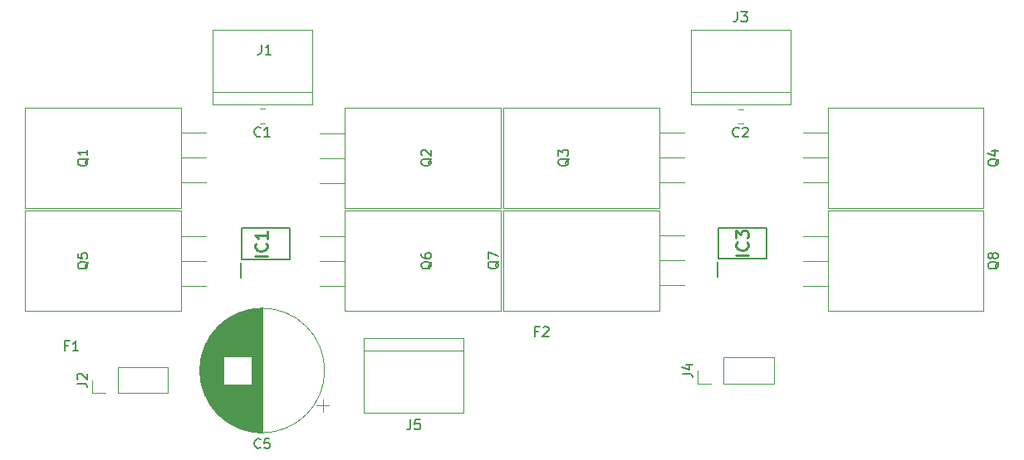
<source format=gbr>
%TF.GenerationSoftware,KiCad,Pcbnew,5.1.10-88a1d61d58~88~ubuntu20.04.1*%
%TF.CreationDate,2021-06-20T22:38:56+02:00*%
%TF.ProjectId,motor_driver_v1,6d6f746f-725f-4647-9269-7665725f7631,rev?*%
%TF.SameCoordinates,Original*%
%TF.FileFunction,Legend,Top*%
%TF.FilePolarity,Positive*%
%FSLAX46Y46*%
G04 Gerber Fmt 4.6, Leading zero omitted, Abs format (unit mm)*
G04 Created by KiCad (PCBNEW 5.1.10-88a1d61d58~88~ubuntu20.04.1) date 2021-06-20 22:38:56*
%MOMM*%
%LPD*%
G01*
G04 APERTURE LIST*
%ADD10C,0.120000*%
%ADD11C,0.200000*%
%ADD12C,0.150000*%
%ADD13C,0.254000*%
G04 APERTURE END LIST*
D10*
%TO.C,Q8*%
X158915000Y-69080000D02*
X156375000Y-69080000D01*
X158915000Y-66540000D02*
X156375000Y-66540000D01*
X158915000Y-64000000D02*
X156375000Y-64000000D01*
X174805000Y-71660000D02*
X158915000Y-71660000D01*
X174805000Y-61420000D02*
X158915000Y-61420000D01*
X174805000Y-61420000D02*
X174805000Y-71660000D01*
X158915000Y-61420000D02*
X158915000Y-71660000D01*
%TO.C,Q7*%
X141720000Y-63960000D02*
X144260000Y-63960000D01*
X141720000Y-66500000D02*
X144260000Y-66500000D01*
X141720000Y-69040000D02*
X144260000Y-69040000D01*
X125830000Y-61380000D02*
X141720000Y-61380000D01*
X125830000Y-71620000D02*
X141720000Y-71620000D01*
X125830000Y-71620000D02*
X125830000Y-61380000D01*
X141720000Y-71620000D02*
X141720000Y-61380000D01*
%TO.C,Q4*%
X158909400Y-58572400D02*
X156369400Y-58572400D01*
X158909400Y-56032400D02*
X156369400Y-56032400D01*
X158909400Y-53492400D02*
X156369400Y-53492400D01*
X174799400Y-61152400D02*
X158909400Y-61152400D01*
X174799400Y-50912400D02*
X158909400Y-50912400D01*
X174799400Y-50912400D02*
X174799400Y-61152400D01*
X158909400Y-50912400D02*
X158909400Y-61152400D01*
%TO.C,Q3*%
X141720000Y-53460000D02*
X144260000Y-53460000D01*
X141720000Y-56000000D02*
X144260000Y-56000000D01*
X141720000Y-58540000D02*
X144260000Y-58540000D01*
X125830000Y-50880000D02*
X141720000Y-50880000D01*
X125830000Y-61120000D02*
X141720000Y-61120000D01*
X125830000Y-61120000D02*
X125830000Y-50880000D01*
X141720000Y-61120000D02*
X141720000Y-50880000D01*
%TO.C,J4*%
X145670000Y-79080000D02*
X145670000Y-77750000D01*
X147000000Y-79080000D02*
X145670000Y-79080000D01*
X148270000Y-79080000D02*
X148270000Y-76420000D01*
X148270000Y-76420000D02*
X153410000Y-76420000D01*
X148270000Y-79080000D02*
X153410000Y-79080000D01*
X153410000Y-79080000D02*
X153410000Y-76420000D01*
%TO.C,J3*%
X144960000Y-50560000D02*
X155120000Y-50560000D01*
X144960000Y-42940000D02*
X144960000Y-50560000D01*
X155120000Y-42940000D02*
X144960000Y-42940000D01*
X155120000Y-50560000D02*
X155120000Y-42940000D01*
X155120000Y-49290000D02*
X144960000Y-49290000D01*
D11*
%TO.C,IC3*%
X147800000Y-66350000D02*
X147800000Y-63150000D01*
X147800000Y-63150000D02*
X152700000Y-63150000D01*
X152700000Y-63150000D02*
X152700000Y-66350000D01*
X152700000Y-66350000D02*
X147800000Y-66350000D01*
X147670000Y-68200000D02*
X147670000Y-66700000D01*
D10*
%TO.C,C2*%
X150286252Y-51040000D02*
X149763748Y-51040000D01*
X150286252Y-52510000D02*
X149763748Y-52510000D01*
D11*
%TO.C,IC1*%
X99165000Y-66400000D02*
X99165000Y-63200000D01*
X99165000Y-63200000D02*
X104065000Y-63200000D01*
X104065000Y-63200000D02*
X104065000Y-66400000D01*
X104065000Y-66400000D02*
X99165000Y-66400000D01*
X99035000Y-68250000D02*
X99035000Y-66750000D01*
D10*
%TO.C,J2*%
X83920000Y-80080000D02*
X83920000Y-78750000D01*
X85250000Y-80080000D02*
X83920000Y-80080000D01*
X86520000Y-80080000D02*
X86520000Y-77420000D01*
X86520000Y-77420000D02*
X91660000Y-77420000D01*
X86520000Y-80080000D02*
X91660000Y-80080000D01*
X91660000Y-80080000D02*
X91660000Y-77420000D01*
%TO.C,Q6*%
X109690000Y-69080000D02*
X107150000Y-69080000D01*
X109690000Y-66540000D02*
X107150000Y-66540000D01*
X109690000Y-64000000D02*
X107150000Y-64000000D01*
X125580000Y-71660000D02*
X109690000Y-71660000D01*
X125580000Y-61420000D02*
X109690000Y-61420000D01*
X125580000Y-61420000D02*
X125580000Y-71660000D01*
X109690000Y-61420000D02*
X109690000Y-71660000D01*
%TO.C,Q5*%
X92960000Y-63995000D02*
X95500000Y-63995000D01*
X92960000Y-66535000D02*
X95500000Y-66535000D01*
X92960000Y-69075000D02*
X95500000Y-69075000D01*
X77070000Y-61415000D02*
X92960000Y-61415000D01*
X77070000Y-71655000D02*
X92960000Y-71655000D01*
X77070000Y-71655000D02*
X77070000Y-61415000D01*
X92960000Y-71655000D02*
X92960000Y-61415000D01*
%TO.C,Q2*%
X109690000Y-58580000D02*
X107150000Y-58580000D01*
X109690000Y-56040000D02*
X107150000Y-56040000D01*
X109690000Y-53500000D02*
X107150000Y-53500000D01*
X125580000Y-61160000D02*
X109690000Y-61160000D01*
X125580000Y-50920000D02*
X109690000Y-50920000D01*
X125580000Y-50920000D02*
X125580000Y-61160000D01*
X109690000Y-50920000D02*
X109690000Y-61160000D01*
%TO.C,Q1*%
X92970000Y-53460000D02*
X95510000Y-53460000D01*
X92970000Y-56000000D02*
X95510000Y-56000000D01*
X92970000Y-58540000D02*
X95510000Y-58540000D01*
X77080000Y-50880000D02*
X92970000Y-50880000D01*
X77080000Y-61120000D02*
X92970000Y-61120000D01*
X77080000Y-61120000D02*
X77080000Y-50880000D01*
X92970000Y-61120000D02*
X92970000Y-50880000D01*
%TO.C,J5*%
X121790000Y-74440000D02*
X111630000Y-74440000D01*
X121790000Y-82060000D02*
X121790000Y-74440000D01*
X111630000Y-82060000D02*
X121790000Y-82060000D01*
X111630000Y-74440000D02*
X111630000Y-82060000D01*
X111630000Y-75710000D02*
X121790000Y-75710000D01*
%TO.C,J1*%
X96210000Y-50560000D02*
X106370000Y-50560000D01*
X96210000Y-42940000D02*
X96210000Y-50560000D01*
X106370000Y-42940000D02*
X96210000Y-42940000D01*
X106370000Y-50560000D02*
X106370000Y-42940000D01*
X106370000Y-49290000D02*
X96210000Y-49290000D01*
%TO.C,C5*%
X107442082Y-81950000D02*
X107442082Y-80700000D01*
X108067082Y-81325000D02*
X106817082Y-81325000D01*
X94889000Y-78067000D02*
X94889000Y-77433000D01*
X94929000Y-78507000D02*
X94929000Y-76993000D01*
X94969000Y-78778000D02*
X94969000Y-76722000D01*
X95009000Y-78991000D02*
X95009000Y-76509000D01*
X95049000Y-79172000D02*
X95049000Y-76328000D01*
X95089000Y-79333000D02*
X95089000Y-76167000D01*
X95129000Y-79478000D02*
X95129000Y-76022000D01*
X95169000Y-79611000D02*
X95169000Y-75889000D01*
X95209000Y-79734000D02*
X95209000Y-75766000D01*
X95249000Y-79850000D02*
X95249000Y-75650000D01*
X95289000Y-79959000D02*
X95289000Y-75541000D01*
X95329000Y-80062000D02*
X95329000Y-75438000D01*
X95369000Y-80160000D02*
X95369000Y-75340000D01*
X95409000Y-80254000D02*
X95409000Y-75246000D01*
X95449000Y-80344000D02*
X95449000Y-75156000D01*
X95489000Y-80431000D02*
X95489000Y-75069000D01*
X95529000Y-80514000D02*
X95529000Y-74986000D01*
X95569000Y-80594000D02*
X95569000Y-74906000D01*
X95609000Y-80671000D02*
X95609000Y-74829000D01*
X95649000Y-80746000D02*
X95649000Y-74754000D01*
X95689000Y-80819000D02*
X95689000Y-74681000D01*
X95729000Y-80890000D02*
X95729000Y-74610000D01*
X95769000Y-80958000D02*
X95769000Y-74542000D01*
X95809000Y-81025000D02*
X95809000Y-74475000D01*
X95849000Y-81089000D02*
X95849000Y-74411000D01*
X95889000Y-81152000D02*
X95889000Y-74348000D01*
X95929000Y-81214000D02*
X95929000Y-74286000D01*
X95969000Y-81274000D02*
X95969000Y-74226000D01*
X96009000Y-81333000D02*
X96009000Y-74167000D01*
X96049000Y-81390000D02*
X96049000Y-74110000D01*
X96089000Y-81446000D02*
X96089000Y-74054000D01*
X96129000Y-81500000D02*
X96129000Y-74000000D01*
X96169000Y-81554000D02*
X96169000Y-73946000D01*
X96209000Y-81606000D02*
X96209000Y-73894000D01*
X96249000Y-81657000D02*
X96249000Y-73843000D01*
X96289000Y-81707000D02*
X96289000Y-73793000D01*
X96329000Y-81757000D02*
X96329000Y-73743000D01*
X96369000Y-81805000D02*
X96369000Y-73695000D01*
X96409000Y-81852000D02*
X96409000Y-73648000D01*
X96449000Y-81898000D02*
X96449000Y-73602000D01*
X96489000Y-81944000D02*
X96489000Y-73556000D01*
X96529000Y-81988000D02*
X96529000Y-73512000D01*
X96569000Y-82032000D02*
X96569000Y-73468000D01*
X96609000Y-82075000D02*
X96609000Y-73425000D01*
X96649000Y-82117000D02*
X96649000Y-73383000D01*
X96689000Y-82158000D02*
X96689000Y-73342000D01*
X96729000Y-82199000D02*
X96729000Y-73301000D01*
X96769000Y-82239000D02*
X96769000Y-73261000D01*
X96809000Y-82278000D02*
X96809000Y-73222000D01*
X96849000Y-82317000D02*
X96849000Y-73183000D01*
X96889000Y-82355000D02*
X96889000Y-73145000D01*
X96929000Y-82392000D02*
X96929000Y-73108000D01*
X96969000Y-82428000D02*
X96969000Y-73072000D01*
X97009000Y-82464000D02*
X97009000Y-73036000D01*
X97049000Y-82500000D02*
X97049000Y-73000000D01*
X97089000Y-82535000D02*
X97089000Y-72965000D01*
X97129000Y-82569000D02*
X97129000Y-72931000D01*
X97169000Y-82602000D02*
X97169000Y-72898000D01*
X97209000Y-82635000D02*
X97209000Y-72865000D01*
X97249000Y-82668000D02*
X97249000Y-72832000D01*
X97289000Y-82700000D02*
X97289000Y-72800000D01*
X97329000Y-76310000D02*
X97329000Y-72768000D01*
X97329000Y-82732000D02*
X97329000Y-79190000D01*
X97369000Y-76310000D02*
X97369000Y-72738000D01*
X97369000Y-82762000D02*
X97369000Y-79190000D01*
X97409000Y-76310000D02*
X97409000Y-72707000D01*
X97409000Y-82793000D02*
X97409000Y-79190000D01*
X97449000Y-76310000D02*
X97449000Y-72677000D01*
X97449000Y-82823000D02*
X97449000Y-79190000D01*
X97489000Y-76310000D02*
X97489000Y-72648000D01*
X97489000Y-82852000D02*
X97489000Y-79190000D01*
X97529000Y-76310000D02*
X97529000Y-72619000D01*
X97529000Y-82881000D02*
X97529000Y-79190000D01*
X97569000Y-76310000D02*
X97569000Y-72590000D01*
X97569000Y-82910000D02*
X97569000Y-79190000D01*
X97609000Y-76310000D02*
X97609000Y-72562000D01*
X97609000Y-82938000D02*
X97609000Y-79190000D01*
X97649000Y-76310000D02*
X97649000Y-72534000D01*
X97649000Y-82966000D02*
X97649000Y-79190000D01*
X97689000Y-76310000D02*
X97689000Y-72507000D01*
X97689000Y-82993000D02*
X97689000Y-79190000D01*
X97729000Y-76310000D02*
X97729000Y-72480000D01*
X97729000Y-83020000D02*
X97729000Y-79190000D01*
X97769000Y-76310000D02*
X97769000Y-72454000D01*
X97769000Y-83046000D02*
X97769000Y-79190000D01*
X97809000Y-76310000D02*
X97809000Y-72428000D01*
X97809000Y-83072000D02*
X97809000Y-79190000D01*
X97849000Y-76310000D02*
X97849000Y-72403000D01*
X97849000Y-83097000D02*
X97849000Y-79190000D01*
X97889000Y-76310000D02*
X97889000Y-72378000D01*
X97889000Y-83122000D02*
X97889000Y-79190000D01*
X97929000Y-76310000D02*
X97929000Y-72353000D01*
X97929000Y-83147000D02*
X97929000Y-79190000D01*
X97969000Y-76310000D02*
X97969000Y-72329000D01*
X97969000Y-83171000D02*
X97969000Y-79190000D01*
X98009000Y-76310000D02*
X98009000Y-72305000D01*
X98009000Y-83195000D02*
X98009000Y-79190000D01*
X98049000Y-76310000D02*
X98049000Y-72282000D01*
X98049000Y-83218000D02*
X98049000Y-79190000D01*
X98089000Y-76310000D02*
X98089000Y-72259000D01*
X98089000Y-83241000D02*
X98089000Y-79190000D01*
X98129000Y-76310000D02*
X98129000Y-72236000D01*
X98129000Y-83264000D02*
X98129000Y-79190000D01*
X98169000Y-76310000D02*
X98169000Y-72214000D01*
X98169000Y-83286000D02*
X98169000Y-79190000D01*
X98209000Y-76310000D02*
X98209000Y-72192000D01*
X98209000Y-83308000D02*
X98209000Y-79190000D01*
X98249000Y-76310000D02*
X98249000Y-72170000D01*
X98249000Y-83330000D02*
X98249000Y-79190000D01*
X98289000Y-76310000D02*
X98289000Y-72149000D01*
X98289000Y-83351000D02*
X98289000Y-79190000D01*
X98329000Y-76310000D02*
X98329000Y-72128000D01*
X98329000Y-83372000D02*
X98329000Y-79190000D01*
X98369000Y-76310000D02*
X98369000Y-72108000D01*
X98369000Y-83392000D02*
X98369000Y-79190000D01*
X98409000Y-76310000D02*
X98409000Y-72088000D01*
X98409000Y-83412000D02*
X98409000Y-79190000D01*
X98449000Y-76310000D02*
X98449000Y-72068000D01*
X98449000Y-83432000D02*
X98449000Y-79190000D01*
X98489000Y-76310000D02*
X98489000Y-72048000D01*
X98489000Y-83452000D02*
X98489000Y-79190000D01*
X98529000Y-76310000D02*
X98529000Y-72029000D01*
X98529000Y-83471000D02*
X98529000Y-79190000D01*
X98569000Y-76310000D02*
X98569000Y-72011000D01*
X98569000Y-83489000D02*
X98569000Y-79190000D01*
X98609000Y-76310000D02*
X98609000Y-71992000D01*
X98609000Y-83508000D02*
X98609000Y-79190000D01*
X98649000Y-76310000D02*
X98649000Y-71974000D01*
X98649000Y-83526000D02*
X98649000Y-79190000D01*
X98689000Y-76310000D02*
X98689000Y-71957000D01*
X98689000Y-83543000D02*
X98689000Y-79190000D01*
X98729000Y-76310000D02*
X98729000Y-71939000D01*
X98729000Y-83561000D02*
X98729000Y-79190000D01*
X98769000Y-76310000D02*
X98769000Y-71922000D01*
X98769000Y-83578000D02*
X98769000Y-79190000D01*
X98809000Y-76310000D02*
X98809000Y-71905000D01*
X98809000Y-83595000D02*
X98809000Y-79190000D01*
X98849000Y-76310000D02*
X98849000Y-71889000D01*
X98849000Y-83611000D02*
X98849000Y-79190000D01*
X98889000Y-76310000D02*
X98889000Y-71873000D01*
X98889000Y-83627000D02*
X98889000Y-79190000D01*
X98929000Y-76310000D02*
X98929000Y-71857000D01*
X98929000Y-83643000D02*
X98929000Y-79190000D01*
X98969000Y-76310000D02*
X98969000Y-71842000D01*
X98969000Y-83658000D02*
X98969000Y-79190000D01*
X99009000Y-76310000D02*
X99009000Y-71826000D01*
X99009000Y-83674000D02*
X99009000Y-79190000D01*
X99049000Y-76310000D02*
X99049000Y-71811000D01*
X99049000Y-83689000D02*
X99049000Y-79190000D01*
X99089000Y-76310000D02*
X99089000Y-71797000D01*
X99089000Y-83703000D02*
X99089000Y-79190000D01*
X99129000Y-76310000D02*
X99129000Y-71783000D01*
X99129000Y-83717000D02*
X99129000Y-79190000D01*
X99169000Y-76310000D02*
X99169000Y-71769000D01*
X99169000Y-83731000D02*
X99169000Y-79190000D01*
X99209000Y-76310000D02*
X99209000Y-71755000D01*
X99209000Y-83745000D02*
X99209000Y-79190000D01*
X99249000Y-76310000D02*
X99249000Y-71742000D01*
X99249000Y-83758000D02*
X99249000Y-79190000D01*
X99289000Y-76310000D02*
X99289000Y-71729000D01*
X99289000Y-83771000D02*
X99289000Y-79190000D01*
X99329000Y-76310000D02*
X99329000Y-71716000D01*
X99329000Y-83784000D02*
X99329000Y-79190000D01*
X99369000Y-76310000D02*
X99369000Y-71703000D01*
X99369000Y-83797000D02*
X99369000Y-79190000D01*
X99409000Y-76310000D02*
X99409000Y-71691000D01*
X99409000Y-83809000D02*
X99409000Y-79190000D01*
X99449000Y-76310000D02*
X99449000Y-71679000D01*
X99449000Y-83821000D02*
X99449000Y-79190000D01*
X99489000Y-76310000D02*
X99489000Y-71667000D01*
X99489000Y-83833000D02*
X99489000Y-79190000D01*
X99529000Y-76310000D02*
X99529000Y-71656000D01*
X99529000Y-83844000D02*
X99529000Y-79190000D01*
X99569000Y-76310000D02*
X99569000Y-71645000D01*
X99569000Y-83855000D02*
X99569000Y-79190000D01*
X99609000Y-76310000D02*
X99609000Y-71634000D01*
X99609000Y-83866000D02*
X99609000Y-79190000D01*
X99649000Y-76310000D02*
X99649000Y-71624000D01*
X99649000Y-83876000D02*
X99649000Y-79190000D01*
X99689000Y-76310000D02*
X99689000Y-71613000D01*
X99689000Y-83887000D02*
X99689000Y-79190000D01*
X99729000Y-76310000D02*
X99729000Y-71604000D01*
X99729000Y-83896000D02*
X99729000Y-79190000D01*
X99769000Y-76310000D02*
X99769000Y-71594000D01*
X99769000Y-83906000D02*
X99769000Y-79190000D01*
X99809000Y-76310000D02*
X99809000Y-71584000D01*
X99809000Y-83916000D02*
X99809000Y-79190000D01*
X99849000Y-76310000D02*
X99849000Y-71575000D01*
X99849000Y-83925000D02*
X99849000Y-79190000D01*
X99889000Y-76310000D02*
X99889000Y-71566000D01*
X99889000Y-83934000D02*
X99889000Y-79190000D01*
X99929000Y-76310000D02*
X99929000Y-71558000D01*
X99929000Y-83942000D02*
X99929000Y-79190000D01*
X99969000Y-76310000D02*
X99969000Y-71549000D01*
X99969000Y-83951000D02*
X99969000Y-79190000D01*
X100009000Y-76310000D02*
X100009000Y-71541000D01*
X100009000Y-83959000D02*
X100009000Y-79190000D01*
X100049000Y-76310000D02*
X100049000Y-71534000D01*
X100049000Y-83966000D02*
X100049000Y-79190000D01*
X100089000Y-76310000D02*
X100089000Y-71526000D01*
X100089000Y-83974000D02*
X100089000Y-79190000D01*
X100129000Y-76310000D02*
X100129000Y-71519000D01*
X100129000Y-83981000D02*
X100129000Y-79190000D01*
X100169000Y-76310000D02*
X100169000Y-71512000D01*
X100169000Y-83988000D02*
X100169000Y-79190000D01*
X100209000Y-83995000D02*
X100209000Y-71505000D01*
X100249000Y-84002000D02*
X100249000Y-71498000D01*
X100289000Y-84008000D02*
X100289000Y-71492000D01*
X100329000Y-84014000D02*
X100329000Y-71486000D01*
X100369000Y-84019000D02*
X100369000Y-71481000D01*
X100409000Y-84025000D02*
X100409000Y-71475000D01*
X100449000Y-84030000D02*
X100449000Y-71470000D01*
X100489000Y-84035000D02*
X100489000Y-71465000D01*
X100529000Y-84040000D02*
X100529000Y-71460000D01*
X100570000Y-84044000D02*
X100570000Y-71456000D01*
X100610000Y-84048000D02*
X100610000Y-71452000D01*
X100650000Y-84052000D02*
X100650000Y-71448000D01*
X100690000Y-84056000D02*
X100690000Y-71444000D01*
X100730000Y-84059000D02*
X100730000Y-71441000D01*
X100770000Y-84062000D02*
X100770000Y-71438000D01*
X100810000Y-84065000D02*
X100810000Y-71435000D01*
X100850000Y-84068000D02*
X100850000Y-71432000D01*
X100890000Y-84070000D02*
X100890000Y-71430000D01*
X100930000Y-84072000D02*
X100930000Y-71428000D01*
X100970000Y-84074000D02*
X100970000Y-71426000D01*
X101010000Y-84076000D02*
X101010000Y-71424000D01*
X101050000Y-84077000D02*
X101050000Y-71423000D01*
X101090000Y-84078000D02*
X101090000Y-71422000D01*
X101130000Y-84079000D02*
X101130000Y-71421000D01*
X101170000Y-84080000D02*
X101170000Y-71420000D01*
X101210000Y-84080000D02*
X101210000Y-71420000D01*
X101250000Y-84080000D02*
X101250000Y-71420000D01*
X107620000Y-77750000D02*
G75*
G03*
X107620000Y-77750000I-6370000J0D01*
G01*
%TO.C,C1*%
X101511252Y-51015000D02*
X100988748Y-51015000D01*
X101511252Y-52485000D02*
X100988748Y-52485000D01*
%TO.C,F2*%
D12*
X129406666Y-73758571D02*
X129073333Y-73758571D01*
X129073333Y-74282380D02*
X129073333Y-73282380D01*
X129549523Y-73282380D01*
X129882857Y-73377619D02*
X129930476Y-73330000D01*
X130025714Y-73282380D01*
X130263809Y-73282380D01*
X130359047Y-73330000D01*
X130406666Y-73377619D01*
X130454285Y-73472857D01*
X130454285Y-73568095D01*
X130406666Y-73710952D01*
X129835238Y-74282380D01*
X130454285Y-74282380D01*
%TO.C,Q8*%
X176352619Y-66635238D02*
X176305000Y-66730476D01*
X176209761Y-66825714D01*
X176066904Y-66968571D01*
X176019285Y-67063809D01*
X176019285Y-67159047D01*
X176257380Y-67111428D02*
X176209761Y-67206666D01*
X176114523Y-67301904D01*
X175924047Y-67349523D01*
X175590714Y-67349523D01*
X175400238Y-67301904D01*
X175305000Y-67206666D01*
X175257380Y-67111428D01*
X175257380Y-66920952D01*
X175305000Y-66825714D01*
X175400238Y-66730476D01*
X175590714Y-66682857D01*
X175924047Y-66682857D01*
X176114523Y-66730476D01*
X176209761Y-66825714D01*
X176257380Y-66920952D01*
X176257380Y-67111428D01*
X175685952Y-66111428D02*
X175638333Y-66206666D01*
X175590714Y-66254285D01*
X175495476Y-66301904D01*
X175447857Y-66301904D01*
X175352619Y-66254285D01*
X175305000Y-66206666D01*
X175257380Y-66111428D01*
X175257380Y-65920952D01*
X175305000Y-65825714D01*
X175352619Y-65778095D01*
X175447857Y-65730476D01*
X175495476Y-65730476D01*
X175590714Y-65778095D01*
X175638333Y-65825714D01*
X175685952Y-65920952D01*
X175685952Y-66111428D01*
X175733571Y-66206666D01*
X175781190Y-66254285D01*
X175876428Y-66301904D01*
X176066904Y-66301904D01*
X176162142Y-66254285D01*
X176209761Y-66206666D01*
X176257380Y-66111428D01*
X176257380Y-65920952D01*
X176209761Y-65825714D01*
X176162142Y-65778095D01*
X176066904Y-65730476D01*
X175876428Y-65730476D01*
X175781190Y-65778095D01*
X175733571Y-65825714D01*
X175685952Y-65920952D01*
%TO.C,Q7*%
X125377619Y-66595238D02*
X125330000Y-66690476D01*
X125234761Y-66785714D01*
X125091904Y-66928571D01*
X125044285Y-67023809D01*
X125044285Y-67119047D01*
X125282380Y-67071428D02*
X125234761Y-67166666D01*
X125139523Y-67261904D01*
X124949047Y-67309523D01*
X124615714Y-67309523D01*
X124425238Y-67261904D01*
X124330000Y-67166666D01*
X124282380Y-67071428D01*
X124282380Y-66880952D01*
X124330000Y-66785714D01*
X124425238Y-66690476D01*
X124615714Y-66642857D01*
X124949047Y-66642857D01*
X125139523Y-66690476D01*
X125234761Y-66785714D01*
X125282380Y-66880952D01*
X125282380Y-67071428D01*
X124282380Y-66309523D02*
X124282380Y-65642857D01*
X125282380Y-66071428D01*
%TO.C,Q4*%
X176347019Y-56127638D02*
X176299400Y-56222876D01*
X176204161Y-56318114D01*
X176061304Y-56460971D01*
X176013685Y-56556209D01*
X176013685Y-56651447D01*
X176251780Y-56603828D02*
X176204161Y-56699066D01*
X176108923Y-56794304D01*
X175918447Y-56841923D01*
X175585114Y-56841923D01*
X175394638Y-56794304D01*
X175299400Y-56699066D01*
X175251780Y-56603828D01*
X175251780Y-56413352D01*
X175299400Y-56318114D01*
X175394638Y-56222876D01*
X175585114Y-56175257D01*
X175918447Y-56175257D01*
X176108923Y-56222876D01*
X176204161Y-56318114D01*
X176251780Y-56413352D01*
X176251780Y-56603828D01*
X175585114Y-55318114D02*
X176251780Y-55318114D01*
X175204161Y-55556209D02*
X175918447Y-55794304D01*
X175918447Y-55175257D01*
%TO.C,Q3*%
X132547619Y-56095238D02*
X132500000Y-56190476D01*
X132404761Y-56285714D01*
X132261904Y-56428571D01*
X132214285Y-56523809D01*
X132214285Y-56619047D01*
X132452380Y-56571428D02*
X132404761Y-56666666D01*
X132309523Y-56761904D01*
X132119047Y-56809523D01*
X131785714Y-56809523D01*
X131595238Y-56761904D01*
X131500000Y-56666666D01*
X131452380Y-56571428D01*
X131452380Y-56380952D01*
X131500000Y-56285714D01*
X131595238Y-56190476D01*
X131785714Y-56142857D01*
X132119047Y-56142857D01*
X132309523Y-56190476D01*
X132404761Y-56285714D01*
X132452380Y-56380952D01*
X132452380Y-56571428D01*
X131452380Y-55809523D02*
X131452380Y-55190476D01*
X131833333Y-55523809D01*
X131833333Y-55380952D01*
X131880952Y-55285714D01*
X131928571Y-55238095D01*
X132023809Y-55190476D01*
X132261904Y-55190476D01*
X132357142Y-55238095D01*
X132404761Y-55285714D01*
X132452380Y-55380952D01*
X132452380Y-55666666D01*
X132404761Y-55761904D01*
X132357142Y-55809523D01*
%TO.C,J4*%
X144122380Y-78083333D02*
X144836666Y-78083333D01*
X144979523Y-78130952D01*
X145074761Y-78226190D01*
X145122380Y-78369047D01*
X145122380Y-78464285D01*
X144455714Y-77178571D02*
X145122380Y-77178571D01*
X144074761Y-77416666D02*
X144789047Y-77654761D01*
X144789047Y-77035714D01*
%TO.C,J3*%
X149706666Y-41122380D02*
X149706666Y-41836666D01*
X149659047Y-41979523D01*
X149563809Y-42074761D01*
X149420952Y-42122380D01*
X149325714Y-42122380D01*
X150087619Y-41122380D02*
X150706666Y-41122380D01*
X150373333Y-41503333D01*
X150516190Y-41503333D01*
X150611428Y-41550952D01*
X150659047Y-41598571D01*
X150706666Y-41693809D01*
X150706666Y-41931904D01*
X150659047Y-42027142D01*
X150611428Y-42074761D01*
X150516190Y-42122380D01*
X150230476Y-42122380D01*
X150135238Y-42074761D01*
X150087619Y-42027142D01*
%TO.C,IC3*%
D13*
X150824523Y-65989761D02*
X149554523Y-65989761D01*
X150703571Y-64659285D02*
X150764047Y-64719761D01*
X150824523Y-64901190D01*
X150824523Y-65022142D01*
X150764047Y-65203571D01*
X150643095Y-65324523D01*
X150522142Y-65385000D01*
X150280238Y-65445476D01*
X150098809Y-65445476D01*
X149856904Y-65385000D01*
X149735952Y-65324523D01*
X149615000Y-65203571D01*
X149554523Y-65022142D01*
X149554523Y-64901190D01*
X149615000Y-64719761D01*
X149675476Y-64659285D01*
X149554523Y-64235952D02*
X149554523Y-63449761D01*
X150038333Y-63873095D01*
X150038333Y-63691666D01*
X150098809Y-63570714D01*
X150159285Y-63510238D01*
X150280238Y-63449761D01*
X150582619Y-63449761D01*
X150703571Y-63510238D01*
X150764047Y-63570714D01*
X150824523Y-63691666D01*
X150824523Y-64054523D01*
X150764047Y-64175476D01*
X150703571Y-64235952D01*
%TO.C,C2*%
D12*
X149858333Y-53812142D02*
X149810714Y-53859761D01*
X149667857Y-53907380D01*
X149572619Y-53907380D01*
X149429761Y-53859761D01*
X149334523Y-53764523D01*
X149286904Y-53669285D01*
X149239285Y-53478809D01*
X149239285Y-53335952D01*
X149286904Y-53145476D01*
X149334523Y-53050238D01*
X149429761Y-52955000D01*
X149572619Y-52907380D01*
X149667857Y-52907380D01*
X149810714Y-52955000D01*
X149858333Y-53002619D01*
X150239285Y-53002619D02*
X150286904Y-52955000D01*
X150382142Y-52907380D01*
X150620238Y-52907380D01*
X150715476Y-52955000D01*
X150763095Y-53002619D01*
X150810714Y-53097857D01*
X150810714Y-53193095D01*
X150763095Y-53335952D01*
X150191666Y-53907380D01*
X150810714Y-53907380D01*
%TO.C,IC1*%
D13*
X101769523Y-66089761D02*
X100499523Y-66089761D01*
X101648571Y-64759285D02*
X101709047Y-64819761D01*
X101769523Y-65001190D01*
X101769523Y-65122142D01*
X101709047Y-65303571D01*
X101588095Y-65424523D01*
X101467142Y-65485000D01*
X101225238Y-65545476D01*
X101043809Y-65545476D01*
X100801904Y-65485000D01*
X100680952Y-65424523D01*
X100560000Y-65303571D01*
X100499523Y-65122142D01*
X100499523Y-65001190D01*
X100560000Y-64819761D01*
X100620476Y-64759285D01*
X101769523Y-63549761D02*
X101769523Y-64275476D01*
X101769523Y-63912619D02*
X100499523Y-63912619D01*
X100680952Y-64033571D01*
X100801904Y-64154523D01*
X100862380Y-64275476D01*
%TO.C,J2*%
D12*
X82372380Y-79083333D02*
X83086666Y-79083333D01*
X83229523Y-79130952D01*
X83324761Y-79226190D01*
X83372380Y-79369047D01*
X83372380Y-79464285D01*
X82467619Y-78654761D02*
X82420000Y-78607142D01*
X82372380Y-78511904D01*
X82372380Y-78273809D01*
X82420000Y-78178571D01*
X82467619Y-78130952D01*
X82562857Y-78083333D01*
X82658095Y-78083333D01*
X82800952Y-78130952D01*
X83372380Y-78702380D01*
X83372380Y-78083333D01*
%TO.C,Q6*%
X118547619Y-66635238D02*
X118500000Y-66730476D01*
X118404761Y-66825714D01*
X118261904Y-66968571D01*
X118214285Y-67063809D01*
X118214285Y-67159047D01*
X118452380Y-67111428D02*
X118404761Y-67206666D01*
X118309523Y-67301904D01*
X118119047Y-67349523D01*
X117785714Y-67349523D01*
X117595238Y-67301904D01*
X117500000Y-67206666D01*
X117452380Y-67111428D01*
X117452380Y-66920952D01*
X117500000Y-66825714D01*
X117595238Y-66730476D01*
X117785714Y-66682857D01*
X118119047Y-66682857D01*
X118309523Y-66730476D01*
X118404761Y-66825714D01*
X118452380Y-66920952D01*
X118452380Y-67111428D01*
X117452380Y-65825714D02*
X117452380Y-66016190D01*
X117500000Y-66111428D01*
X117547619Y-66159047D01*
X117690476Y-66254285D01*
X117880952Y-66301904D01*
X118261904Y-66301904D01*
X118357142Y-66254285D01*
X118404761Y-66206666D01*
X118452380Y-66111428D01*
X118452380Y-65920952D01*
X118404761Y-65825714D01*
X118357142Y-65778095D01*
X118261904Y-65730476D01*
X118023809Y-65730476D01*
X117928571Y-65778095D01*
X117880952Y-65825714D01*
X117833333Y-65920952D01*
X117833333Y-66111428D01*
X117880952Y-66206666D01*
X117928571Y-66254285D01*
X118023809Y-66301904D01*
%TO.C,Q5*%
X83547619Y-66630238D02*
X83500000Y-66725476D01*
X83404761Y-66820714D01*
X83261904Y-66963571D01*
X83214285Y-67058809D01*
X83214285Y-67154047D01*
X83452380Y-67106428D02*
X83404761Y-67201666D01*
X83309523Y-67296904D01*
X83119047Y-67344523D01*
X82785714Y-67344523D01*
X82595238Y-67296904D01*
X82500000Y-67201666D01*
X82452380Y-67106428D01*
X82452380Y-66915952D01*
X82500000Y-66820714D01*
X82595238Y-66725476D01*
X82785714Y-66677857D01*
X83119047Y-66677857D01*
X83309523Y-66725476D01*
X83404761Y-66820714D01*
X83452380Y-66915952D01*
X83452380Y-67106428D01*
X82452380Y-65773095D02*
X82452380Y-66249285D01*
X82928571Y-66296904D01*
X82880952Y-66249285D01*
X82833333Y-66154047D01*
X82833333Y-65915952D01*
X82880952Y-65820714D01*
X82928571Y-65773095D01*
X83023809Y-65725476D01*
X83261904Y-65725476D01*
X83357142Y-65773095D01*
X83404761Y-65820714D01*
X83452380Y-65915952D01*
X83452380Y-66154047D01*
X83404761Y-66249285D01*
X83357142Y-66296904D01*
%TO.C,Q2*%
X118547619Y-56095238D02*
X118500000Y-56190476D01*
X118404761Y-56285714D01*
X118261904Y-56428571D01*
X118214285Y-56523809D01*
X118214285Y-56619047D01*
X118452380Y-56571428D02*
X118404761Y-56666666D01*
X118309523Y-56761904D01*
X118119047Y-56809523D01*
X117785714Y-56809523D01*
X117595238Y-56761904D01*
X117500000Y-56666666D01*
X117452380Y-56571428D01*
X117452380Y-56380952D01*
X117500000Y-56285714D01*
X117595238Y-56190476D01*
X117785714Y-56142857D01*
X118119047Y-56142857D01*
X118309523Y-56190476D01*
X118404761Y-56285714D01*
X118452380Y-56380952D01*
X118452380Y-56571428D01*
X117547619Y-55761904D02*
X117500000Y-55714285D01*
X117452380Y-55619047D01*
X117452380Y-55380952D01*
X117500000Y-55285714D01*
X117547619Y-55238095D01*
X117642857Y-55190476D01*
X117738095Y-55190476D01*
X117880952Y-55238095D01*
X118452380Y-55809523D01*
X118452380Y-55190476D01*
%TO.C,Q1*%
X83547619Y-56095238D02*
X83500000Y-56190476D01*
X83404761Y-56285714D01*
X83261904Y-56428571D01*
X83214285Y-56523809D01*
X83214285Y-56619047D01*
X83452380Y-56571428D02*
X83404761Y-56666666D01*
X83309523Y-56761904D01*
X83119047Y-56809523D01*
X82785714Y-56809523D01*
X82595238Y-56761904D01*
X82500000Y-56666666D01*
X82452380Y-56571428D01*
X82452380Y-56380952D01*
X82500000Y-56285714D01*
X82595238Y-56190476D01*
X82785714Y-56142857D01*
X83119047Y-56142857D01*
X83309523Y-56190476D01*
X83404761Y-56285714D01*
X83452380Y-56380952D01*
X83452380Y-56571428D01*
X83452380Y-55190476D02*
X83452380Y-55761904D01*
X83452380Y-55476190D02*
X82452380Y-55476190D01*
X82595238Y-55571428D01*
X82690476Y-55666666D01*
X82738095Y-55761904D01*
%TO.C,J5*%
X116376666Y-82782380D02*
X116376666Y-83496666D01*
X116329047Y-83639523D01*
X116233809Y-83734761D01*
X116090952Y-83782380D01*
X115995714Y-83782380D01*
X117329047Y-82782380D02*
X116852857Y-82782380D01*
X116805238Y-83258571D01*
X116852857Y-83210952D01*
X116948095Y-83163333D01*
X117186190Y-83163333D01*
X117281428Y-83210952D01*
X117329047Y-83258571D01*
X117376666Y-83353809D01*
X117376666Y-83591904D01*
X117329047Y-83687142D01*
X117281428Y-83734761D01*
X117186190Y-83782380D01*
X116948095Y-83782380D01*
X116852857Y-83734761D01*
X116805238Y-83687142D01*
%TO.C,J1*%
X101166666Y-44452380D02*
X101166666Y-45166666D01*
X101119047Y-45309523D01*
X101023809Y-45404761D01*
X100880952Y-45452380D01*
X100785714Y-45452380D01*
X102166666Y-45452380D02*
X101595238Y-45452380D01*
X101880952Y-45452380D02*
X101880952Y-44452380D01*
X101785714Y-44595238D01*
X101690476Y-44690476D01*
X101595238Y-44738095D01*
%TO.C,F1*%
X81476666Y-75198571D02*
X81143333Y-75198571D01*
X81143333Y-75722380D02*
X81143333Y-74722380D01*
X81619523Y-74722380D01*
X82524285Y-75722380D02*
X81952857Y-75722380D01*
X82238571Y-75722380D02*
X82238571Y-74722380D01*
X82143333Y-74865238D01*
X82048095Y-74960476D01*
X81952857Y-75008095D01*
%TO.C,C5*%
X101083333Y-85607142D02*
X101035714Y-85654761D01*
X100892857Y-85702380D01*
X100797619Y-85702380D01*
X100654761Y-85654761D01*
X100559523Y-85559523D01*
X100511904Y-85464285D01*
X100464285Y-85273809D01*
X100464285Y-85130952D01*
X100511904Y-84940476D01*
X100559523Y-84845238D01*
X100654761Y-84750000D01*
X100797619Y-84702380D01*
X100892857Y-84702380D01*
X101035714Y-84750000D01*
X101083333Y-84797619D01*
X101988095Y-84702380D02*
X101511904Y-84702380D01*
X101464285Y-85178571D01*
X101511904Y-85130952D01*
X101607142Y-85083333D01*
X101845238Y-85083333D01*
X101940476Y-85130952D01*
X101988095Y-85178571D01*
X102035714Y-85273809D01*
X102035714Y-85511904D01*
X101988095Y-85607142D01*
X101940476Y-85654761D01*
X101845238Y-85702380D01*
X101607142Y-85702380D01*
X101511904Y-85654761D01*
X101464285Y-85607142D01*
%TO.C,C1*%
X101083333Y-53787142D02*
X101035714Y-53834761D01*
X100892857Y-53882380D01*
X100797619Y-53882380D01*
X100654761Y-53834761D01*
X100559523Y-53739523D01*
X100511904Y-53644285D01*
X100464285Y-53453809D01*
X100464285Y-53310952D01*
X100511904Y-53120476D01*
X100559523Y-53025238D01*
X100654761Y-52930000D01*
X100797619Y-52882380D01*
X100892857Y-52882380D01*
X101035714Y-52930000D01*
X101083333Y-52977619D01*
X102035714Y-53882380D02*
X101464285Y-53882380D01*
X101750000Y-53882380D02*
X101750000Y-52882380D01*
X101654761Y-53025238D01*
X101559523Y-53120476D01*
X101464285Y-53168095D01*
%TD*%
M02*

</source>
